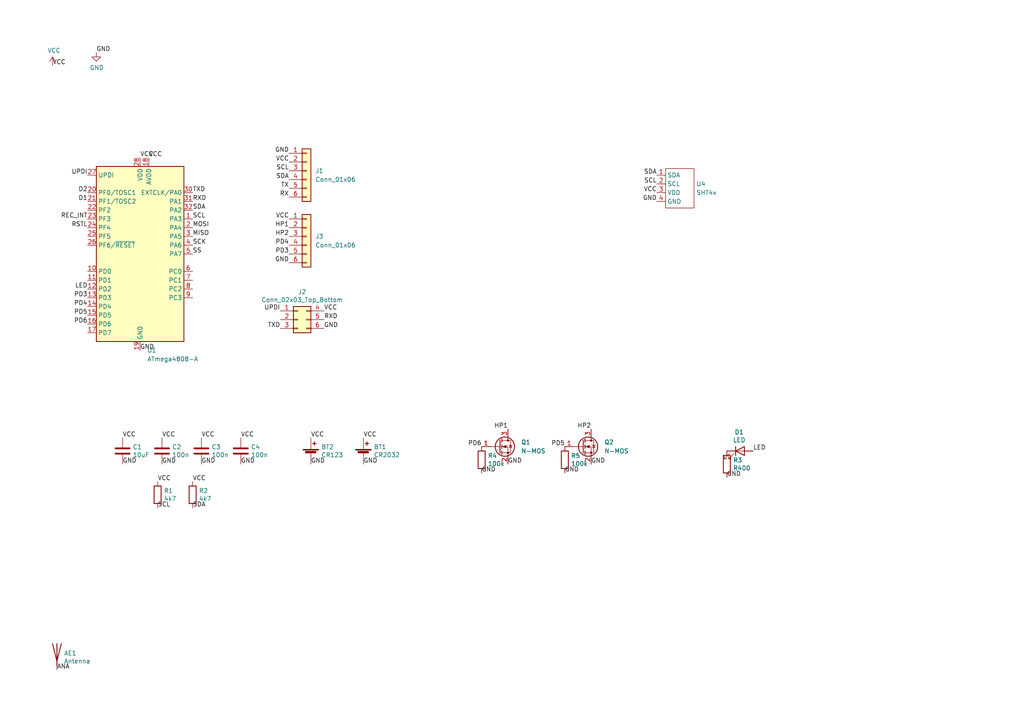
<source format=kicad_sch>
(kicad_sch (version 20211123) (generator eeschema)
  (paper "A4")
  (lib_symbols
    (symbol "Atmega:ATmega4808-A"
      (property "Reference" "U" (at -12.7 26.67 0))
      (property "Value" "ATmega4808-A" (at 2.54 -26.67 0))
      (symbol "ATmega4808-A_0_1"
        (rectangle (start -12.7 -25.4) (end 12.7 25.4) (stroke (width 0.254)) (fill (type background)))
      )
      (symbol "ATmega4808-A_1_1"
        (pin bidirectional line (at 15.24 10.16 180) (length 2.54) (name "PA3") (number "1"))
        (pin bidirectional line (at -15.24 -5.08 0) (length 2.54) (name "PD0") (number "10"))
        (pin bidirectional line (at -15.24 -7.62 0) (length 2.54) (name "PD1") (number "11"))
        (pin bidirectional line (at -15.24 -10.16 0) (length 2.54) (name "PD2") (number "12"))
        (pin bidirectional line (at -15.24 -12.7 0) (length 2.54) (name "PD3") (number "13"))
        (pin bidirectional line (at -15.24 -15.24 0) (length 2.54) (name "PD4") (number "14"))
        (pin bidirectional line (at -15.24 -17.78 0) (length 2.54) (name "PD5") (number "15"))
        (pin bidirectional line (at -15.24 -20.32 0) (length 2.54) (name "PD6") (number "16"))
        (pin bidirectional line (at -15.24 -22.86 0) (length 2.54) (name "PD7") (number "17"))
        (pin power_in line (at 2.54 27.94 270) (length 2.54) (name "AVDD") (number "18"))
        (pin power_in line (at 0 -27.94 90) (length 2.54) (name "GND") (number "19"))
        (pin bidirectional line (at 15.24 7.62 180) (length 2.54) (name "PA4") (number "2"))
        (pin bidirectional line (at -15.24 17.78 0) (length 2.54) (name "PF0/TOSC1") (number "20"))
        (pin bidirectional line (at -15.24 15.24 0) (length 2.54) (name "PF1/TOSC2") (number "21"))
        (pin bidirectional line (at -15.24 12.7 0) (length 2.54) (name "PF2") (number "22"))
        (pin bidirectional line (at -15.24 10.16 0) (length 2.54) (name "PF3") (number "23"))
        (pin bidirectional line (at -15.24 7.62 0) (length 2.54) (name "PF4") (number "24"))
        (pin bidirectional line (at -15.24 5.08 0) (length 2.54) (name "PF5") (number "25"))
        (pin bidirectional line (at -15.24 2.54 0) (length 2.54) (name "PF6/~{RESET}") (number "26"))
        (pin bidirectional line (at -15.24 22.86 0) (length 2.54) (name "UPDI") (number "27"))
        (pin power_in line (at 0 27.94 270) (length 2.54) (name "VDD") (number "28"))
        (pin passive line (at 0 -27.94 90) (length 2.54) hide (name "GND") (number "29"))
        (pin bidirectional line (at 15.24 5.08 180) (length 2.54) (name "PA5") (number "3"))
        (pin bidirectional line (at 15.24 17.78 180) (length 2.54) (name "EXTCLK/PA0") (number "30"))
        (pin bidirectional line (at 15.24 15.24 180) (length 2.54) (name "PA1") (number "31"))
        (pin bidirectional line (at 15.24 12.7 180) (length 2.54) (name "PA2") (number "32"))
        (pin bidirectional line (at 15.24 2.54 180) (length 2.54) (name "PA6") (number "4"))
        (pin bidirectional line (at 15.24 0 180) (length 2.54) (name "PA7") (number "5"))
        (pin bidirectional line (at 15.24 -5.08 180) (length 2.54) (name "PC0") (number "6"))
        (pin bidirectional line (at 15.24 -7.62 180) (length 2.54) (name "PC1") (number "7"))
        (pin bidirectional line (at 15.24 -10.16 180) (length 2.54) (name "PC2") (number "8"))
        (pin bidirectional line (at 15.24 -12.7 180) (length 2.54) (name "PC3") (number "9"))
      )
    )
    (symbol "Connector_Generic:Conn_01x06" (pin_names (offset 1.016) hide)
      (property "Reference" "J" (at 0 7.62 0))
      (property "Value" "Conn_01x06" (at 0 -10.16 0))
      (symbol "Conn_01x06_1_1"
        (rectangle (start -1.27 -7.493) (end 0 -7.747) (stroke (width 0.1524)))
        (rectangle (start -1.27 -4.953) (end 0 -5.207) (stroke (width 0.1524)))
        (rectangle (start -1.27 -2.413) (end 0 -2.667) (stroke (width 0.1524)))
        (rectangle (start -1.27 0.127) (end 0 -0.127) (stroke (width 0.1524)))
        (rectangle (start -1.27 2.667) (end 0 2.413) (stroke (width 0.1524)))
        (rectangle (start -1.27 5.207) (end 0 4.953) (stroke (width 0.1524)))
        (rectangle (start -1.27 6.35) (end 1.27 -8.89) (stroke (width 0.254)) (fill (type background)))
        (pin passive line (at -5.08 5.08 0) (length 3.81) (name "Pin_1") (number "1"))
        (pin passive line (at -5.08 2.54 0) (length 3.81) (name "Pin_2") (number "2"))
        (pin passive line (at -5.08 0 0) (length 3.81) (name "Pin_3") (number "3"))
        (pin passive line (at -5.08 -2.54 0) (length 3.81) (name "Pin_4") (number "4"))
        (pin passive line (at -5.08 -5.08 0) (length 3.81) (name "Pin_5") (number "5"))
        (pin passive line (at -5.08 -7.62 0) (length 3.81) (name "Pin_6") (number "6"))
      )
    )
    (symbol "Connector_Generic:Conn_02x03_Top_Bottom" (pin_names (offset 1.016) hide)
      (property "Reference" "J" (at 1.27 5.08 0))
      (property "Value" "Conn_02x03_Top_Bottom" (at 1.27 -5.08 0))
      (symbol "Conn_02x03_Top_Bottom_1_1"
        (rectangle (start -1.27 -2.413) (end 0 -2.667) (stroke (width 0.1524)))
        (rectangle (start -1.27 0.127) (end 0 -0.127) (stroke (width 0.1524)))
        (rectangle (start -1.27 2.667) (end 0 2.413) (stroke (width 0.1524)))
        (rectangle (start -1.27 3.81) (end 3.81 -3.81) (stroke (width 0.254)) (fill (type background)))
        (rectangle (start 3.81 -2.413) (end 2.54 -2.667) (stroke (width 0.1524)))
        (rectangle (start 3.81 0.127) (end 2.54 -0.127) (stroke (width 0.1524)))
        (rectangle (start 3.81 2.667) (end 2.54 2.413) (stroke (width 0.1524)))
        (pin passive line (at -5.08 2.54 0) (length 3.81) (name "Pin_1") (number "1"))
        (pin passive line (at -5.08 0 0) (length 3.81) (name "Pin_2") (number "2"))
        (pin passive line (at -5.08 -2.54 0) (length 3.81) (name "Pin_3") (number "3"))
        (pin passive line (at 7.62 2.54 180) (length 3.81) (name "Pin_4") (number "4"))
        (pin passive line (at 7.62 0 180) (length 3.81) (name "Pin_5") (number "5"))
        (pin passive line (at 7.62 -2.54 180) (length 3.81) (name "Pin_6") (number "6"))
      )
    )
    (symbol "Device:Antenna" (pin_numbers hide) (pin_names (offset 1.016) hide)
      (property "Reference" "AE" (at -1.905 1.905 0))
      (property "Value" "Antenna" (at -1.905 0 0))
      (symbol "Antenna_0_1"
        (polyline (pts (xy 0 2.54) (xy 0 -3.81)) (stroke (width 0.254)))
        (polyline (pts (xy 1.27 2.54) (xy 0 -2.54) (xy -1.27 2.54)) (stroke (width 0.254)))
      )
      (symbol "Antenna_1_1"
        (pin input line (at 0 -5.08 90) (length 2.54) (name "A") (number "1"))
      )
    )
    (symbol "Device:Battery_Cell" (pin_numbers hide) (pin_names (offset 0) hide)
      (property "Reference" "BT" (at 2.54 2.54 0))
      (property "Value" "Battery_Cell" (at 2.54 0 0))
      (symbol "Battery_Cell_0_1"
        (rectangle (start -2.286 1.778) (end 2.286 1.524) (fill (type outline)))
        (rectangle (start -1.5748 1.1938) (end 1.4732 0.6858) (fill (type outline)))
        (polyline (pts (xy 0 0.762) (xy 0 0)))
        (polyline (pts (xy 0 1.778) (xy 0 2.54)))
        (polyline (pts (xy 0.508 3.429) (xy 1.524 3.429)) (stroke (width 0.254)))
        (polyline (pts (xy 1.016 3.937) (xy 1.016 2.921)) (stroke (width 0.254)))
      )
      (symbol "Battery_Cell_1_1"
        (pin passive line (at 0 5.08 270) (length 2.54) (name "+") (number "1"))
        (pin passive line (at 0 -2.54 90) (length 2.54) (name "-") (number "2"))
      )
    )
    (symbol "Device:C" (pin_numbers hide) (pin_names (offset 0.254))
      (property "Reference" "C" (at 0.635 2.54 0))
      (property "Value" "C" (at 0.635 -2.54 0))
      (symbol "C_0_1"
        (polyline (pts (xy -2.032 -0.762) (xy 2.032 -0.762)) (stroke (width 0.508)))
        (polyline (pts (xy -2.032 0.762) (xy 2.032 0.762)) (stroke (width 0.508)))
      )
      (symbol "C_1_1"
        (pin passive line (at 0 3.81 270) (length 2.794) (name "~") (number "1"))
        (pin passive line (at 0 -3.81 90) (length 2.794) (name "~") (number "2"))
      )
    )
    (symbol "Device:LED" (pin_numbers hide) (pin_names (offset 1.016) hide)
      (property "Reference" "D" (at 0 2.54 0))
      (property "Value" "LED" (at 0 -2.54 0))
      (symbol "LED_0_1"
        (polyline (pts (xy -1.27 -1.27) (xy -1.27 1.27)) (stroke (width 0.254)))
        (polyline (pts (xy -1.27 0) (xy 1.27 0)))
        (polyline (pts (xy 1.27 -1.27) (xy 1.27 1.27) (xy -1.27 0) (xy 1.27 -1.27)) (stroke (width 0.254)))
        (polyline (pts (xy -3.048 -0.762) (xy -4.572 -2.286) (xy -3.81 -2.286) (xy -4.572 -2.286) (xy -4.572 -1.524)))
        (polyline (pts (xy -1.778 -0.762) (xy -3.302 -2.286) (xy -2.54 -2.286) (xy -3.302 -2.286) (xy -3.302 -1.524)))
      )
      (symbol "LED_1_1"
        (pin passive line (at -3.81 0 0) (length 2.54) (name "K") (number "1"))
        (pin passive line (at 3.81 0 180) (length 2.54) (name "A") (number "2"))
      )
    )
    (symbol "Device:R" (pin_numbers hide) (pin_names (offset 0))
      (property "Reference" "R" (at 2.032 0 90))
      (property "Value" "R" (at 0 0 90))
      (symbol "R_0_1"
        (rectangle (start -1.016 -2.54) (end 1.016 2.54) (stroke (width 0.254)))
      )
      (symbol "R_1_1"
        (pin passive line (at 0 3.81 270) (length 1.27) (name "~") (number "1"))
        (pin passive line (at 0 -3.81 90) (length 1.27) (name "~") (number "2"))
      )
    )
    (symbol "HASymbols:SHT4x"
      (property "Reference" "U" (at -2.54 6.985 0))
      (property "Value" "SHT4x" (at -1.27 -6.985 0))
      (symbol "SHT4x_0_1"
        (rectangle (start -3.81 5.715) (end 4.445 -5.715))
      )
      (symbol "SHT4x_1_1"
        (pin bidirectional line (at -6.35 3.81 0) (length 2.54) (name "SDA") (number "1"))
        (pin input line (at -6.35 1.27 0) (length 2.54) (name "SCL") (number "2"))
        (pin input line (at -6.35 -1.27 0) (length 2.54) (name "VDD") (number "3"))
        (pin input line (at -6.35 -3.81 0) (length 2.54) (name "GND") (number "4"))
      )
    )
    (symbol "Transistor_FET:TSM2302CX" (pin_names hide)
      (property "Reference" "Q" (at 5.08 1.905 0))
      (property "Value" "TSM2302CX" (at 5.08 0 0))
      (symbol "TSM2302CX_0_1"
        (polyline (pts (xy 0.254 0) (xy -2.54 0)))
        (polyline (pts (xy 0.254 1.905) (xy 0.254 -1.905)) (stroke (width 0.254)))
        (polyline (pts (xy 0.762 -1.27) (xy 0.762 -2.286)) (stroke (width 0.254)))
        (polyline (pts (xy 0.762 0.508) (xy 0.762 -0.508)) (stroke (width 0.254)))
        (polyline (pts (xy 0.762 2.286) (xy 0.762 1.27)) (stroke (width 0.254)))
        (polyline (pts (xy 2.54 2.54) (xy 2.54 1.778)))
        (polyline (pts (xy 2.54 -2.54) (xy 2.54 0) (xy 0.762 0)))
        (polyline (pts (xy 0.762 -1.778) (xy 3.302 -1.778) (xy 3.302 1.778) (xy 0.762 1.778)))
        (polyline (pts (xy 1.016 0) (xy 2.032 0.381) (xy 2.032 -0.381) (xy 1.016 0)) (fill (type outline)))
        (polyline (pts (xy 2.794 0.508) (xy 2.921 0.381) (xy 3.683 0.381) (xy 3.81 0.254)))
        (polyline (pts (xy 3.302 0.381) (xy 2.921 -0.254) (xy 3.683 -0.254) (xy 3.302 0.381)))
        (circle (center 1.651 0) (radius 2.794) (stroke (width 0.254)))
        (circle (center 2.54 -1.778) (radius 0.254) (fill (type outline)))
        (circle (center 2.54 1.778) (radius 0.254) (fill (type outline)))
      )
      (symbol "TSM2302CX_1_1"
        (pin input line (at -5.08 0 0) (length 2.54) (name "G") (number "1"))
        (pin passive line (at 2.54 -5.08 90) (length 2.54) (name "S") (number "2"))
        (pin passive line (at 2.54 5.08 270) (length 2.54) (name "D") (number "3"))
      )
    )
    (symbol "power:GND" (power) (pin_names (offset 0))
      (property "Value" "GND" (at 0 -3.81 0))
      (symbol "GND_0_1"
        (polyline (pts (xy 0 0) (xy 0 -1.27) (xy 1.27 -1.27) (xy 0 -2.54) (xy -1.27 -1.27) (xy 0 -1.27)))
      )
      (symbol "GND_1_1"
        (pin power_in line (at 0 0 270) (length 0) hide (name "GND") (number "1"))
      )
    )
    (symbol "power:VCC" (power) (pin_names (offset 0))
      (property "Value" "VCC" (at 0 3.81 0))
      (symbol "VCC_0_1"
        (polyline (pts (xy -0.762 1.27) (xy 0 2.54)))
        (polyline (pts (xy 0 0) (xy 0 2.54)))
        (polyline (pts (xy 0 2.54) (xy 0.762 1.27)))
      )
      (symbol "VCC_1_1"
        (pin power_in line (at 0 0 90) (length 0) hide (name "VCC") (number "1"))
      )
    )
  )
  (label "RXD" (at 93.98 92.71 0))
  (label "GND" (at 190.5 58.42 180))
  (label "SCL" (at 55.88 63.5 0))
  (label "HP1" (at 147.32 124.46 180))
  (label "UPDI" (at 81.28 90.17 180))
  (label "PD4" (at 83.82 71.12 180))
  (label "PD3" (at 83.82 73.66 180))
  (label "LED" (at 218.44 130.81 0))
  (label "SS" (at 55.88 73.66 0))
  (label "VCC" (at 46.99 127 0))
  (label "GND" (at 90.17 134.62 0))
  (label "GND" (at 147.32 134.62 0))
  (label "GND" (at 58.42 134.62 0))
  (label "PD3" (at 25.4 86.36 180))
  (label "PD5" (at 25.4 91.44 180))
  (label "D1" (at 25.4 58.42 180))
  (label "RX" (at 83.82 57.15 180))
  (label "VCC" (at 83.82 46.99 180))
  (label "GND" (at 93.98 95.25 0))
  (label "GND" (at 163.83 137.16 0))
  (label "SDA" (at 83.82 52.07 180))
  (label "GND" (at 83.82 44.45 180))
  (label "LED" (at 25.4 83.82 180))
  (label "PD6" (at 139.7 129.54 180))
  (label "VCC" (at 40.64 45.72 0))
  (label "SCK" (at 55.88 71.12 0))
  (label "VCC" (at 69.85 127 0))
  (label "GND" (at 210.82 138.43 0))
  (label "TX" (at 83.82 54.61 180))
  (label "UPDI" (at 25.4 50.8 180))
  (label "VCC" (at 55.88 139.7 0))
  (label "SDA" (at 55.88 60.96 0))
  (label "RSTL" (at 25.4 66.04 180))
  (label "VCC" (at 190.5 55.88 180))
  (label "SCL" (at 45.72 147.32 0))
  (label "SDA" (at 55.88 147.32 0))
  (label "VCC" (at 58.42 127 0))
  (label "VCC" (at 43.18 45.72 0))
  (label "PD6" (at 25.4 93.98 180))
  (label "SDA" (at 190.5 50.8 180))
  (label "RXD" (at 55.88 58.42 0))
  (label "SCL" (at 190.5 53.34 180))
  (label "GND" (at 46.99 134.62 0))
  (label "GND" (at 105.41 134.62 0))
  (label "SCL" (at 83.82 49.53 180))
  (label "VCC" (at 35.56 127 0))
  (label "VCC" (at 15.24 19.05 0))
  (label "REC_INT" (at 25.4 63.5 180))
  (label "GND" (at 69.85 134.62 0))
  (label "MISO" (at 55.88 68.58 0))
  (label "GND" (at 35.56 134.62 0))
  (label "VCC" (at 45.72 139.7 0))
  (label "GND" (at 40.64 101.6 0))
  (label "PD5" (at 163.83 129.54 180))
  (label "D2" (at 25.4 55.88 180))
  (label "VCC" (at 93.98 90.17 0))
  (label "GND" (at 27.94 15.24 0))
  (label "TXD" (at 81.28 95.25 180))
  (label "GND" (at 83.82 76.2 180))
  (label "TXD" (at 55.88 55.88 0))
  (label "MOSI" (at 55.88 66.04 0))
  (label "VCC" (at 83.82 63.5 180))
  (label "VCC" (at 105.41 127 0))
  (label "GND" (at 139.7 137.16 0))
  (label "HP2" (at 171.45 124.46 180))
  (label "HP1" (at 83.82 66.04 180))
  (label "ANA" (at 16.51 194.31 0))
  (label "HP2" (at 83.82 68.58 180))
  (label "GND" (at 171.45 134.62 0))
  (label "VCC" (at 90.17 127 0))
  (label "PD4" (at 25.4 88.9 180))
  (symbol (lib_id "power:GND") (at 27.94 15.24 0) (unit 1)
    (property "Reference" "#PWR01" (effects hide))
    (property "Value" "GND" (at 28.067 19.6342 0))
  )
  (symbol (lib_id "power:VCC") (at 15.24 19.05 0) (unit 1)
    (property "Reference" "#PWR02" (effects hide))
    (property "Value" "VCC" (at 15.6718 14.6558 0))
  )
  (symbol (lib_id "Device:C") (at 35.56 130.81 0) (unit 1)
    (property "Reference" "C1" (at 38.481 129.6416 0) (effects (justify left)))
    (property "Value" "10uF" (at 38.481 131.953 0) (effects (justify left)))
    (property "Footprint" "Capacitors_SMD:C_0805_HandSoldering" (effects hide))
  )
  (symbol (lib_id "Device:C") (at 58.42 130.81 0) (unit 1)
    (property "Reference" "C3" (at 61.341 129.6416 0) (effects (justify left)))
    (property "Value" "100n" (at 61.341 131.953 0) (effects (justify left)))
    (property "Footprint" "halib:C_0603_Compact_hand" (effects hide))
  )
  (symbol (lib_id "Device:C") (at 46.99 130.81 0) (unit 1)
    (property "Reference" "C2" (at 49.911 129.6416 0) (effects (justify left)))
    (property "Value" "100n" (at 49.911 131.953 0) (effects (justify left)))
    (property "Footprint" "halib:C_0603_Compact_hand" (effects hide))
  )
  (symbol (lib_id "Device:C") (at 69.85 130.81 0) (unit 1)
    (property "Reference" "C4" (at 72.771 129.6416 0) (effects (justify left)))
    (property "Value" "100n" (at 72.771 131.953 0) (effects (justify left)))
    (property "Footprint" "halib:C_0603_Compact_hand" (effects hide))
  )
  (symbol (lib_id "Device:R") (at 45.72 143.51 0) (unit 1)
    (property "Reference" "R1" (at 47.498 142.3416 0) (effects (justify left)))
    (property "Value" "4k7" (at 47.498 144.653 0) (effects (justify left)))
    (property "Footprint" "halib:R_0603_Compact_hand" (effects hide))
  )
  (symbol (lib_id "Device:R") (at 55.88 143.51 0) (unit 1)
    (property "Reference" "R2" (at 57.658 142.3416 0) (effects (justify left)))
    (property "Value" "4k7" (at 57.658 144.653 0) (effects (justify left)))
    (property "Footprint" "halib:R_0603_Compact_hand" (effects hide))
  )
  (symbol (lib_id "Connector_Generic:Conn_02x03_Top_Bottom") (at 86.36 92.71 0) (unit 1)
    (property "Reference" "J2" (at 87.63 84.6582 0))
    (property "Value" "Conn_02x03_Top_Bottom" (at 87.63 86.9696 0))
    (property "Footprint" "halib:EdgePads_FB_2x03" (effects hide))
  )
  (symbol (lib_id "Device:LED") (at 214.63 130.81 0) (unit 1)
    (property "Reference" "D1" (at 214.4014 125.3236 0))
    (property "Value" "LED" (at 214.4014 127.635 0))
    (property "Footprint" "LEDs:LED_0805" (effects hide))
  )
  (symbol (lib_id "Device:R") (at 210.82 134.62 0) (unit 1)
    (property "Reference" "R3" (at 212.598 133.4516 0) (effects (justify left)))
    (property "Value" "R400" (at 212.598 135.763 0) (effects (justify left)))
    (property "Footprint" "halib:R_0603_Compact_hand" (effects hide))
  )
  (symbol (lib_id "Device:Antenna") (at 16.51 189.23 0) (unit 1)
    (property "Reference" "AE1" (at 18.542 189.4586 0) (effects (justify left)))
    (property "Value" "Antenna" (at 18.542 191.77 0) (effects (justify left)))
    (property "Footprint" "Pin_Headers:Pin_Header_Straight_1x01_Pitch2.54mm" (effects hide))
  )
  (symbol (lib_id "Device:Battery_Cell") (at 105.41 132.08 0) (unit 1)
    (property "Reference" "BT1" (at 108.4072 129.6416 0) (effects (justify left)))
    (property "Value" "CR2032" (at 108.4072 131.953 0) (effects (justify left)))
    (property "Footprint" "halib:2032-SMD_COMPACT" (effects hide))
  )
  (symbol (lib_id "Device:Battery_Cell") (at 90.17 132.08 0) (unit 1)
    (property "Reference" "BT2" (at 93.1672 129.6416 0) (effects (justify left)))
    (property "Value" "CR123" (at 93.1672 131.953 0) (effects (justify left)))
    (property "Footprint" "halib:CR123Holder" (effects hide))
  )
  (symbol (lib_id "Device:R") (at 163.83 133.35 0) (unit 1)
    (property "Reference" "R5" (at 165.608 132.1816 0) (effects (justify left)))
    (property "Value" "100k" (at 165.608 134.493 0) (effects (justify left)))
    (property "Footprint" "halib:R_0603_Compact_hand" (effects hide))
  )
  (symbol (lib_id "Device:R") (at 139.7 133.35 0) (unit 1)
    (property "Reference" "R4" (at 141.478 132.1816 0) (effects (justify left)))
    (property "Value" "100k" (at 141.478 134.493 0) (effects (justify left)))
    (property "Footprint" "halib:R_0603_Compact_hand" (effects hide))
  )
  (symbol (lib_id "Atmega:ATmega4808-A") (at 40.64 73.66 0) (unit 1)
    (property "Reference" "U1" (at 42.6594 101.6 0) (effects (justify left)))
    (property "Value" "ATmega4808-A" (at 42.6594 104.14 0) (effects (justify left)))
    (property "Footprint" "Package_QFP:TQFP-32_7x7mm_P0.8mm" (effects hide))
    (property "Datasheet" "http://ww1.microchip.com/downloads/en/DeviceDoc/40002017A.pdf" (effects hide))
  )
  (symbol (lib_id "Transistor_FET:TSM2302CX") (at 168.91 129.54 0) (unit 1)
    (property "Reference" "Q2" (at 175.26 128.2699 0) (effects (justify left)))
    (property "Value" "N-MOS" (at 175.26 130.8099 0) (effects (justify left)))
    (property "Footprint" "Package_TO_SOT_SMD:SOT-23" (effects hide))
    (property "Datasheet" "https://www.taiwansemi.com/products/datasheet/TSM2302CX_E1608.pdf" (effects hide))
  )
  (symbol (lib_id "Connector_Generic:Conn_01x06") (at 88.9 49.53 0) (unit 1)
    (property "Reference" "J1" (at 91.44 49.5299 0) (effects (justify left)))
    (property "Value" "Conn_01x06" (at 91.44 52.0699 0) (effects (justify left)))
    (property "Footprint" "Connector_PinHeader_2.54mm:PinHeader_1x06_P2.54mm_Vertical" (effects hide))
  )
  (symbol (lib_id "Transistor_FET:TSM2302CX") (at 144.78 129.54 0) (unit 1)
    (property "Reference" "Q1" (at 151.13 128.2699 0) (effects (justify left)))
    (property "Value" "N-MOS" (at 151.13 130.8099 0) (effects (justify left)))
    (property "Footprint" "Package_TO_SOT_SMD:SOT-23" (effects hide))
    (property "Datasheet" "https://www.taiwansemi.com/products/datasheet/TSM2302CX_E1608.pdf" (effects hide))
  )
  (symbol (lib_id "HASymbols:SHT4x") (at 196.85 54.61 0) (unit 1)
    (property "Reference" "U4" (at 201.93 53.3399 0) (effects (justify left)))
    (property "Value" "SHT4x" (at 201.93 55.8799 0) (effects (justify left)))
    (property "Footprint" "halib:SHT4x" (effects hide))
  )
  (symbol (lib_id "Connector_Generic:Conn_01x06") (at 88.9 68.58 0) (unit 1)
    (property "Reference" "J3" (at 91.44 68.5799 0) (effects (justify left)))
    (property "Value" "Conn_01x06" (at 91.44 71.1199 0) (effects (justify left)))
    (property "Footprint" "Connector_PinHeader_2.54mm:PinHeader_1x06_P2.54mm_Vertical" (effects hide))
  )
)
</source>
